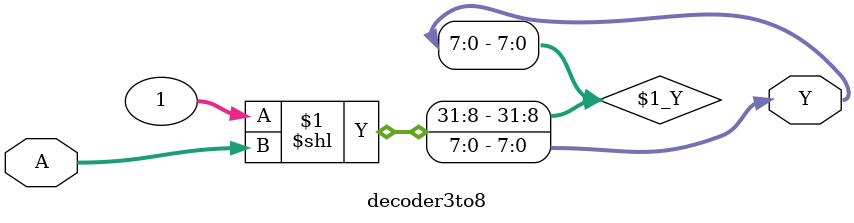
<source format=v>
module decoder3to8 (
    input [2:0] A,
    output [7:0] Y
);
    assign Y = 1 << A;
endmodule
</source>
